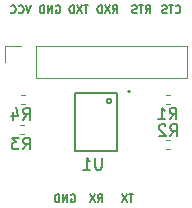
<source format=gbr>
%TF.GenerationSoftware,KiCad,Pcbnew,8.0.5*%
%TF.CreationDate,2024-11-06T12:15:13-05:00*%
%TF.ProjectId,Debug Adapter,44656275-6720-4416-9461-707465722e6b,rev?*%
%TF.SameCoordinates,Original*%
%TF.FileFunction,Legend,Bot*%
%TF.FilePolarity,Positive*%
%FSLAX46Y46*%
G04 Gerber Fmt 4.6, Leading zero omitted, Abs format (unit mm)*
G04 Created by KiCad (PCBNEW 8.0.5) date 2024-11-06 12:15:13*
%MOMM*%
%LPD*%
G01*
G04 APERTURE LIST*
%ADD10C,0.150000*%
%ADD11C,0.120000*%
%ADD12C,0.200000*%
G04 APERTURE END LIST*
D10*
X137574458Y-73958857D02*
X137637316Y-73927428D01*
X137637316Y-73927428D02*
X137731601Y-73927428D01*
X137731601Y-73927428D02*
X137825887Y-73958857D01*
X137825887Y-73958857D02*
X137888744Y-74021714D01*
X137888744Y-74021714D02*
X137920173Y-74084571D01*
X137920173Y-74084571D02*
X137951601Y-74210285D01*
X137951601Y-74210285D02*
X137951601Y-74304571D01*
X137951601Y-74304571D02*
X137920173Y-74430285D01*
X137920173Y-74430285D02*
X137888744Y-74493142D01*
X137888744Y-74493142D02*
X137825887Y-74556000D01*
X137825887Y-74556000D02*
X137731601Y-74587428D01*
X137731601Y-74587428D02*
X137668744Y-74587428D01*
X137668744Y-74587428D02*
X137574458Y-74556000D01*
X137574458Y-74556000D02*
X137543030Y-74524571D01*
X137543030Y-74524571D02*
X137543030Y-74304571D01*
X137543030Y-74304571D02*
X137668744Y-74304571D01*
X137260173Y-74587428D02*
X137260173Y-73927428D01*
X137260173Y-73927428D02*
X136883030Y-74587428D01*
X136883030Y-74587428D02*
X136883030Y-73927428D01*
X136568744Y-74587428D02*
X136568744Y-73927428D01*
X136568744Y-73927428D02*
X136411601Y-73927428D01*
X136411601Y-73927428D02*
X136317315Y-73958857D01*
X136317315Y-73958857D02*
X136254458Y-74021714D01*
X136254458Y-74021714D02*
X136223029Y-74084571D01*
X136223029Y-74084571D02*
X136191601Y-74210285D01*
X136191601Y-74210285D02*
X136191601Y-74304571D01*
X136191601Y-74304571D02*
X136223029Y-74430285D01*
X136223029Y-74430285D02*
X136254458Y-74493142D01*
X136254458Y-74493142D02*
X136317315Y-74556000D01*
X136317315Y-74556000D02*
X136411601Y-74587428D01*
X136411601Y-74587428D02*
X136568744Y-74587428D01*
X140300458Y-73927428D02*
X139923316Y-73927428D01*
X140111887Y-74587428D02*
X140111887Y-73927428D01*
X139766173Y-73927428D02*
X139326173Y-74587428D01*
X139326173Y-73927428D02*
X139766173Y-74587428D01*
X139074745Y-74587428D02*
X139074745Y-73927428D01*
X139074745Y-73927428D02*
X138917602Y-73927428D01*
X138917602Y-73927428D02*
X138823316Y-73958857D01*
X138823316Y-73958857D02*
X138760459Y-74021714D01*
X138760459Y-74021714D02*
X138729030Y-74084571D01*
X138729030Y-74084571D02*
X138697602Y-74210285D01*
X138697602Y-74210285D02*
X138697602Y-74304571D01*
X138697602Y-74304571D02*
X138729030Y-74430285D01*
X138729030Y-74430285D02*
X138760459Y-74493142D01*
X138760459Y-74493142D02*
X138823316Y-74556000D01*
X138823316Y-74556000D02*
X138917602Y-74587428D01*
X138917602Y-74587428D02*
X139074745Y-74587428D01*
X135474458Y-73927428D02*
X135254458Y-74587428D01*
X135254458Y-74587428D02*
X135034458Y-73927428D01*
X134437316Y-74524571D02*
X134468744Y-74556000D01*
X134468744Y-74556000D02*
X134563030Y-74587428D01*
X134563030Y-74587428D02*
X134625887Y-74587428D01*
X134625887Y-74587428D02*
X134720173Y-74556000D01*
X134720173Y-74556000D02*
X134783030Y-74493142D01*
X134783030Y-74493142D02*
X134814459Y-74430285D01*
X134814459Y-74430285D02*
X134845887Y-74304571D01*
X134845887Y-74304571D02*
X134845887Y-74210285D01*
X134845887Y-74210285D02*
X134814459Y-74084571D01*
X134814459Y-74084571D02*
X134783030Y-74021714D01*
X134783030Y-74021714D02*
X134720173Y-73958857D01*
X134720173Y-73958857D02*
X134625887Y-73927428D01*
X134625887Y-73927428D02*
X134563030Y-73927428D01*
X134563030Y-73927428D02*
X134468744Y-73958857D01*
X134468744Y-73958857D02*
X134437316Y-73990285D01*
X133777316Y-74524571D02*
X133808744Y-74556000D01*
X133808744Y-74556000D02*
X133903030Y-74587428D01*
X133903030Y-74587428D02*
X133965887Y-74587428D01*
X133965887Y-74587428D02*
X134060173Y-74556000D01*
X134060173Y-74556000D02*
X134123030Y-74493142D01*
X134123030Y-74493142D02*
X134154459Y-74430285D01*
X134154459Y-74430285D02*
X134185887Y-74304571D01*
X134185887Y-74304571D02*
X134185887Y-74210285D01*
X134185887Y-74210285D02*
X134154459Y-74084571D01*
X134154459Y-74084571D02*
X134123030Y-74021714D01*
X134123030Y-74021714D02*
X134060173Y-73958857D01*
X134060173Y-73958857D02*
X133965887Y-73927428D01*
X133965887Y-73927428D02*
X133903030Y-73927428D01*
X133903030Y-73927428D02*
X133808744Y-73958857D01*
X133808744Y-73958857D02*
X133777316Y-73990285D01*
X145163030Y-74587428D02*
X145383030Y-74273142D01*
X145540173Y-74587428D02*
X145540173Y-73927428D01*
X145540173Y-73927428D02*
X145288744Y-73927428D01*
X145288744Y-73927428D02*
X145225887Y-73958857D01*
X145225887Y-73958857D02*
X145194458Y-73990285D01*
X145194458Y-73990285D02*
X145163030Y-74053142D01*
X145163030Y-74053142D02*
X145163030Y-74147428D01*
X145163030Y-74147428D02*
X145194458Y-74210285D01*
X145194458Y-74210285D02*
X145225887Y-74241714D01*
X145225887Y-74241714D02*
X145288744Y-74273142D01*
X145288744Y-74273142D02*
X145540173Y-74273142D01*
X144974458Y-73927428D02*
X144597316Y-73927428D01*
X144785887Y-74587428D02*
X144785887Y-73927428D01*
X144408744Y-74556000D02*
X144314459Y-74587428D01*
X144314459Y-74587428D02*
X144157316Y-74587428D01*
X144157316Y-74587428D02*
X144094459Y-74556000D01*
X144094459Y-74556000D02*
X144063030Y-74524571D01*
X144063030Y-74524571D02*
X144031601Y-74461714D01*
X144031601Y-74461714D02*
X144031601Y-74398857D01*
X144031601Y-74398857D02*
X144063030Y-74336000D01*
X144063030Y-74336000D02*
X144094459Y-74304571D01*
X144094459Y-74304571D02*
X144157316Y-74273142D01*
X144157316Y-74273142D02*
X144283030Y-74241714D01*
X144283030Y-74241714D02*
X144345887Y-74210285D01*
X144345887Y-74210285D02*
X144377316Y-74178857D01*
X144377316Y-74178857D02*
X144408744Y-74116000D01*
X144408744Y-74116000D02*
X144408744Y-74053142D01*
X144408744Y-74053142D02*
X144377316Y-73990285D01*
X144377316Y-73990285D02*
X144345887Y-73958857D01*
X144345887Y-73958857D02*
X144283030Y-73927428D01*
X144283030Y-73927428D02*
X144125887Y-73927428D01*
X144125887Y-73927428D02*
X144031601Y-73958857D01*
X147703030Y-74524571D02*
X147734458Y-74556000D01*
X147734458Y-74556000D02*
X147828744Y-74587428D01*
X147828744Y-74587428D02*
X147891601Y-74587428D01*
X147891601Y-74587428D02*
X147985887Y-74556000D01*
X147985887Y-74556000D02*
X148048744Y-74493142D01*
X148048744Y-74493142D02*
X148080173Y-74430285D01*
X148080173Y-74430285D02*
X148111601Y-74304571D01*
X148111601Y-74304571D02*
X148111601Y-74210285D01*
X148111601Y-74210285D02*
X148080173Y-74084571D01*
X148080173Y-74084571D02*
X148048744Y-74021714D01*
X148048744Y-74021714D02*
X147985887Y-73958857D01*
X147985887Y-73958857D02*
X147891601Y-73927428D01*
X147891601Y-73927428D02*
X147828744Y-73927428D01*
X147828744Y-73927428D02*
X147734458Y-73958857D01*
X147734458Y-73958857D02*
X147703030Y-73990285D01*
X147514458Y-73927428D02*
X147137316Y-73927428D01*
X147325887Y-74587428D02*
X147325887Y-73927428D01*
X146948744Y-74556000D02*
X146854459Y-74587428D01*
X146854459Y-74587428D02*
X146697316Y-74587428D01*
X146697316Y-74587428D02*
X146634459Y-74556000D01*
X146634459Y-74556000D02*
X146603030Y-74524571D01*
X146603030Y-74524571D02*
X146571601Y-74461714D01*
X146571601Y-74461714D02*
X146571601Y-74398857D01*
X146571601Y-74398857D02*
X146603030Y-74336000D01*
X146603030Y-74336000D02*
X146634459Y-74304571D01*
X146634459Y-74304571D02*
X146697316Y-74273142D01*
X146697316Y-74273142D02*
X146823030Y-74241714D01*
X146823030Y-74241714D02*
X146885887Y-74210285D01*
X146885887Y-74210285D02*
X146917316Y-74178857D01*
X146917316Y-74178857D02*
X146948744Y-74116000D01*
X146948744Y-74116000D02*
X146948744Y-74053142D01*
X146948744Y-74053142D02*
X146917316Y-73990285D01*
X146917316Y-73990285D02*
X146885887Y-73958857D01*
X146885887Y-73958857D02*
X146823030Y-73927428D01*
X146823030Y-73927428D02*
X146665887Y-73927428D01*
X146665887Y-73927428D02*
X146571601Y-73958857D01*
X142369030Y-74587428D02*
X142589030Y-74273142D01*
X142746173Y-74587428D02*
X142746173Y-73927428D01*
X142746173Y-73927428D02*
X142494744Y-73927428D01*
X142494744Y-73927428D02*
X142431887Y-73958857D01*
X142431887Y-73958857D02*
X142400458Y-73990285D01*
X142400458Y-73990285D02*
X142369030Y-74053142D01*
X142369030Y-74053142D02*
X142369030Y-74147428D01*
X142369030Y-74147428D02*
X142400458Y-74210285D01*
X142400458Y-74210285D02*
X142431887Y-74241714D01*
X142431887Y-74241714D02*
X142494744Y-74273142D01*
X142494744Y-74273142D02*
X142746173Y-74273142D01*
X142149030Y-73927428D02*
X141709030Y-74587428D01*
X141709030Y-73927428D02*
X142149030Y-74587428D01*
X141457602Y-74587428D02*
X141457602Y-73927428D01*
X141457602Y-73927428D02*
X141300459Y-73927428D01*
X141300459Y-73927428D02*
X141206173Y-73958857D01*
X141206173Y-73958857D02*
X141143316Y-74021714D01*
X141143316Y-74021714D02*
X141111887Y-74084571D01*
X141111887Y-74084571D02*
X141080459Y-74210285D01*
X141080459Y-74210285D02*
X141080459Y-74304571D01*
X141080459Y-74304571D02*
X141111887Y-74430285D01*
X141111887Y-74430285D02*
X141143316Y-74493142D01*
X141143316Y-74493142D02*
X141206173Y-74556000D01*
X141206173Y-74556000D02*
X141300459Y-74587428D01*
X141300459Y-74587428D02*
X141457602Y-74587428D01*
X144110458Y-89929428D02*
X143733316Y-89929428D01*
X143921887Y-90589428D02*
X143921887Y-89929428D01*
X143576173Y-89929428D02*
X143136173Y-90589428D01*
X143136173Y-89929428D02*
X143576173Y-90589428D01*
X141099030Y-90589428D02*
X141319030Y-90275142D01*
X141476173Y-90589428D02*
X141476173Y-89929428D01*
X141476173Y-89929428D02*
X141224744Y-89929428D01*
X141224744Y-89929428D02*
X141161887Y-89960857D01*
X141161887Y-89960857D02*
X141130458Y-89992285D01*
X141130458Y-89992285D02*
X141099030Y-90055142D01*
X141099030Y-90055142D02*
X141099030Y-90149428D01*
X141099030Y-90149428D02*
X141130458Y-90212285D01*
X141130458Y-90212285D02*
X141161887Y-90243714D01*
X141161887Y-90243714D02*
X141224744Y-90275142D01*
X141224744Y-90275142D02*
X141476173Y-90275142D01*
X140879030Y-89929428D02*
X140439030Y-90589428D01*
X140439030Y-89929428D02*
X140879030Y-90589428D01*
X138844458Y-89960857D02*
X138907316Y-89929428D01*
X138907316Y-89929428D02*
X139001601Y-89929428D01*
X139001601Y-89929428D02*
X139095887Y-89960857D01*
X139095887Y-89960857D02*
X139158744Y-90023714D01*
X139158744Y-90023714D02*
X139190173Y-90086571D01*
X139190173Y-90086571D02*
X139221601Y-90212285D01*
X139221601Y-90212285D02*
X139221601Y-90306571D01*
X139221601Y-90306571D02*
X139190173Y-90432285D01*
X139190173Y-90432285D02*
X139158744Y-90495142D01*
X139158744Y-90495142D02*
X139095887Y-90558000D01*
X139095887Y-90558000D02*
X139001601Y-90589428D01*
X139001601Y-90589428D02*
X138938744Y-90589428D01*
X138938744Y-90589428D02*
X138844458Y-90558000D01*
X138844458Y-90558000D02*
X138813030Y-90526571D01*
X138813030Y-90526571D02*
X138813030Y-90306571D01*
X138813030Y-90306571D02*
X138938744Y-90306571D01*
X138530173Y-90589428D02*
X138530173Y-89929428D01*
X138530173Y-89929428D02*
X138153030Y-90589428D01*
X138153030Y-90589428D02*
X138153030Y-89929428D01*
X137838744Y-90589428D02*
X137838744Y-89929428D01*
X137838744Y-89929428D02*
X137681601Y-89929428D01*
X137681601Y-89929428D02*
X137587315Y-89960857D01*
X137587315Y-89960857D02*
X137524458Y-90023714D01*
X137524458Y-90023714D02*
X137493029Y-90086571D01*
X137493029Y-90086571D02*
X137461601Y-90212285D01*
X137461601Y-90212285D02*
X137461601Y-90306571D01*
X137461601Y-90306571D02*
X137493029Y-90432285D01*
X137493029Y-90432285D02*
X137524458Y-90495142D01*
X137524458Y-90495142D02*
X137587315Y-90558000D01*
X137587315Y-90558000D02*
X137681601Y-90589428D01*
X137681601Y-90589428D02*
X137838744Y-90589428D01*
X147207266Y-83589019D02*
X147540599Y-83112828D01*
X147778694Y-83589019D02*
X147778694Y-82589019D01*
X147778694Y-82589019D02*
X147397742Y-82589019D01*
X147397742Y-82589019D02*
X147302504Y-82636638D01*
X147302504Y-82636638D02*
X147254885Y-82684257D01*
X147254885Y-82684257D02*
X147207266Y-82779495D01*
X147207266Y-82779495D02*
X147207266Y-82922352D01*
X147207266Y-82922352D02*
X147254885Y-83017590D01*
X147254885Y-83017590D02*
X147302504Y-83065209D01*
X147302504Y-83065209D02*
X147397742Y-83112828D01*
X147397742Y-83112828D02*
X147778694Y-83112828D01*
X146254885Y-83589019D02*
X146826313Y-83589019D01*
X146540599Y-83589019D02*
X146540599Y-82589019D01*
X146540599Y-82589019D02*
X146635837Y-82731876D01*
X146635837Y-82731876D02*
X146731075Y-82827114D01*
X146731075Y-82827114D02*
X146826313Y-82874733D01*
X134786666Y-83614419D02*
X135119999Y-83138228D01*
X135358094Y-83614419D02*
X135358094Y-82614419D01*
X135358094Y-82614419D02*
X134977142Y-82614419D01*
X134977142Y-82614419D02*
X134881904Y-82662038D01*
X134881904Y-82662038D02*
X134834285Y-82709657D01*
X134834285Y-82709657D02*
X134786666Y-82804895D01*
X134786666Y-82804895D02*
X134786666Y-82947752D01*
X134786666Y-82947752D02*
X134834285Y-83042990D01*
X134834285Y-83042990D02*
X134881904Y-83090609D01*
X134881904Y-83090609D02*
X134977142Y-83138228D01*
X134977142Y-83138228D02*
X135358094Y-83138228D01*
X133929523Y-82947752D02*
X133929523Y-83614419D01*
X134167618Y-82566800D02*
X134405713Y-83281085D01*
X134405713Y-83281085D02*
X133786666Y-83281085D01*
X147232666Y-85009819D02*
X147565999Y-84533628D01*
X147804094Y-85009819D02*
X147804094Y-84009819D01*
X147804094Y-84009819D02*
X147423142Y-84009819D01*
X147423142Y-84009819D02*
X147327904Y-84057438D01*
X147327904Y-84057438D02*
X147280285Y-84105057D01*
X147280285Y-84105057D02*
X147232666Y-84200295D01*
X147232666Y-84200295D02*
X147232666Y-84343152D01*
X147232666Y-84343152D02*
X147280285Y-84438390D01*
X147280285Y-84438390D02*
X147327904Y-84486009D01*
X147327904Y-84486009D02*
X147423142Y-84533628D01*
X147423142Y-84533628D02*
X147804094Y-84533628D01*
X146851713Y-84105057D02*
X146804094Y-84057438D01*
X146804094Y-84057438D02*
X146708856Y-84009819D01*
X146708856Y-84009819D02*
X146470761Y-84009819D01*
X146470761Y-84009819D02*
X146375523Y-84057438D01*
X146375523Y-84057438D02*
X146327904Y-84105057D01*
X146327904Y-84105057D02*
X146280285Y-84200295D01*
X146280285Y-84200295D02*
X146280285Y-84295533D01*
X146280285Y-84295533D02*
X146327904Y-84438390D01*
X146327904Y-84438390D02*
X146899332Y-85009819D01*
X146899332Y-85009819D02*
X146280285Y-85009819D01*
X134786666Y-86129019D02*
X135119999Y-85652828D01*
X135358094Y-86129019D02*
X135358094Y-85129019D01*
X135358094Y-85129019D02*
X134977142Y-85129019D01*
X134977142Y-85129019D02*
X134881904Y-85176638D01*
X134881904Y-85176638D02*
X134834285Y-85224257D01*
X134834285Y-85224257D02*
X134786666Y-85319495D01*
X134786666Y-85319495D02*
X134786666Y-85462352D01*
X134786666Y-85462352D02*
X134834285Y-85557590D01*
X134834285Y-85557590D02*
X134881904Y-85605209D01*
X134881904Y-85605209D02*
X134977142Y-85652828D01*
X134977142Y-85652828D02*
X135358094Y-85652828D01*
X134453332Y-85129019D02*
X133834285Y-85129019D01*
X133834285Y-85129019D02*
X134167618Y-85509971D01*
X134167618Y-85509971D02*
X134024761Y-85509971D01*
X134024761Y-85509971D02*
X133929523Y-85557590D01*
X133929523Y-85557590D02*
X133881904Y-85605209D01*
X133881904Y-85605209D02*
X133834285Y-85700447D01*
X133834285Y-85700447D02*
X133834285Y-85938542D01*
X133834285Y-85938542D02*
X133881904Y-86033780D01*
X133881904Y-86033780D02*
X133929523Y-86081400D01*
X133929523Y-86081400D02*
X134024761Y-86129019D01*
X134024761Y-86129019D02*
X134310475Y-86129019D01*
X134310475Y-86129019D02*
X134405713Y-86081400D01*
X134405713Y-86081400D02*
X134453332Y-86033780D01*
X141478228Y-86830591D02*
X141478228Y-87640459D01*
X141478228Y-87640459D02*
X141430589Y-87735737D01*
X141430589Y-87735737D02*
X141382950Y-87783377D01*
X141382950Y-87783377D02*
X141287671Y-87831016D01*
X141287671Y-87831016D02*
X141097114Y-87831016D01*
X141097114Y-87831016D02*
X141001835Y-87783377D01*
X141001835Y-87783377D02*
X140954196Y-87735737D01*
X140954196Y-87735737D02*
X140906557Y-87640459D01*
X140906557Y-87640459D02*
X140906557Y-86830591D01*
X139906132Y-87831016D02*
X140477803Y-87831016D01*
X140191968Y-87831016D02*
X140191968Y-86830591D01*
X140191968Y-86830591D02*
X140287246Y-86973509D01*
X140287246Y-86973509D02*
X140382525Y-87068787D01*
X140382525Y-87068787D02*
X140477803Y-87116427D01*
D11*
%TO.C,R1*%
X146912359Y-81535000D02*
X147219641Y-81535000D01*
X146912359Y-82295000D02*
X147219641Y-82295000D01*
%TO.C,J2*%
X133290000Y-77410000D02*
X134620000Y-77410000D01*
X133290000Y-78740000D02*
X133290000Y-77410000D01*
X135890000Y-80070000D02*
X135890000Y-77410000D01*
X148650000Y-77410000D02*
X135890000Y-77410000D01*
X148650000Y-80070000D02*
X135890000Y-80070000D01*
X148650000Y-80070000D02*
X148650000Y-77410000D01*
%TO.C,R4*%
X134644159Y-81535000D02*
X134951441Y-81535000D01*
X134644159Y-82295000D02*
X134951441Y-82295000D01*
%TO.C,R2*%
X146912359Y-85345000D02*
X147219641Y-85345000D01*
X146912359Y-86105000D02*
X147219641Y-86105000D01*
%TO.C,R3*%
X134567959Y-84075000D02*
X134875241Y-84075000D01*
X134567959Y-84835000D02*
X134875241Y-84835000D01*
D12*
%TO.C,U1*%
X139195000Y-81370000D02*
X142745000Y-81370000D01*
X139195000Y-86270000D02*
X139195000Y-81370000D01*
X142745000Y-81370000D02*
X142745000Y-86270000D01*
X142745000Y-86270000D02*
X139195000Y-86270000D01*
X142270000Y-82020000D02*
G75*
G02*
X141870000Y-82020000I-200000J0D01*
G01*
X141870000Y-82020000D02*
G75*
G02*
X142270000Y-82020000I200000J0D01*
G01*
X143850000Y-81220000D02*
G75*
G02*
X143690000Y-81220000I-80000J0D01*
G01*
X143690000Y-81220000D02*
G75*
G02*
X143850000Y-81220000I80000J0D01*
G01*
%TD*%
M02*

</source>
